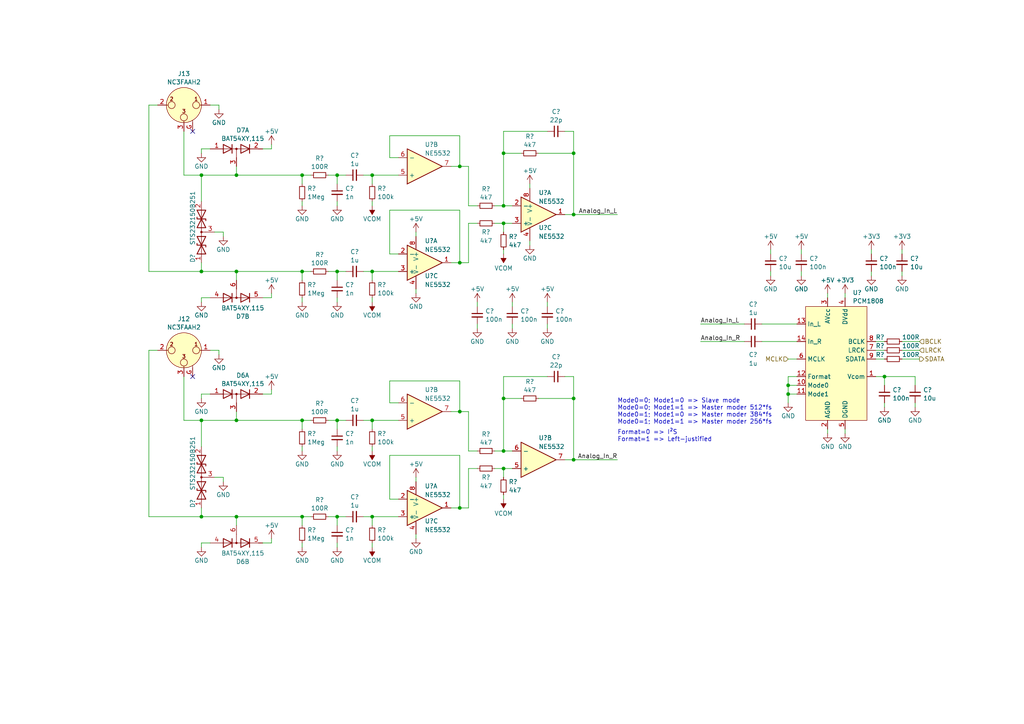
<source format=kicad_sch>
(kicad_sch (version 20230121) (generator eeschema)
  (paper "A4")
  (junction (at 68.58 78.74))
  (junction (at 133.35 76.2))
  (junction (at 68.58 50.8))
  (junction (at 133.35 119.38))
  (junction (at 107.95 78.74))
  (junction (at 133.35 48.26))
  (junction (at 87.63 121.92))
  (junction (at 58.42 121.92))
  (junction (at 146.05 59.69))
  (junction (at 228.6 111.76))
  (junction (at 146.05 135.89))
  (junction (at 97.79 149.86))
  (junction (at 133.35 147.32))
  (junction (at 166.37 62.23))
  (junction (at 97.79 78.74))
  (junction (at 87.63 149.86))
  (junction (at 87.63 50.8))
  (junction (at 146.05 64.77))
  (junction (at 107.95 149.86))
  (junction (at 68.58 149.86))
  (junction (at 97.79 121.92))
  (junction (at 166.37 44.45))
  (junction (at 97.79 50.8))
  (junction (at 58.42 50.8))
  (junction (at 58.42 149.86))
  (junction (at 166.37 115.57))
  (junction (at 146.05 130.81))
  (junction (at 107.95 121.92))
  (junction (at 166.37 133.35))
  (junction (at 107.95 50.8))
  (junction (at 146.05 115.57))
  (junction (at 228.6 114.3))
  (junction (at 256.54 109.22))
  (junction (at 68.58 121.92))
  (junction (at 58.42 78.74))
  (junction (at 87.63 78.74))
  (junction (at 146.05 44.45))
  (no_connect (at 55.88 38.1))
  (no_connect (at 55.88 109.22))
  (wire (pts (xy 53.34 109.22) (xy 53.34 121.92)))
  (wire (pts (xy 261.62 99.06) (xy 266.7 99.06)))
  (wire (pts (xy 120.65 138.43) (xy 120.65 139.7)))
  (wire (pts (xy 166.37 109.22) (xy 166.37 115.57)))
  (wire (pts (xy 223.52 72.39) (xy 223.52 73.66)))
  (wire (pts (xy 58.42 121.92) (xy 58.42 129.54)))
  (wire (pts (xy 58.42 149.86) (xy 68.58 149.86)))
  (wire (pts (xy 261.62 72.39) (xy 261.62 73.66)))
  (wire (pts (xy 53.34 121.92) (xy 58.42 121.92)))
  (wire (pts (xy 220.98 93.98) (xy 231.14 93.98)))
  (wire (pts (xy 97.79 149.86) (xy 100.33 149.86)))
  (wire (pts (xy 151.13 115.57) (xy 146.05 115.57)))
  (wire (pts (xy 120.65 154.94) (xy 120.65 156.21)))
  (wire (pts (xy 151.13 44.45) (xy 146.05 44.45)))
  (wire (pts (xy 153.67 69.85) (xy 153.67 71.12)))
  (wire (pts (xy 215.9 99.06) (xy 203.2 99.06)))
  (wire (pts (xy 87.63 50.8) (xy 87.63 53.34)))
  (wire (pts (xy 53.34 50.8) (xy 58.42 50.8)))
  (wire (pts (xy 97.79 121.92) (xy 97.79 124.46)))
  (wire (pts (xy 135.89 59.69) (xy 135.89 48.26)))
  (wire (pts (xy 115.57 116.84) (xy 113.03 116.84)))
  (wire (pts (xy 97.79 86.36) (xy 97.79 87.63)))
  (wire (pts (xy 166.37 62.23) (xy 179.07 62.23)))
  (wire (pts (xy 228.6 109.22) (xy 228.6 111.76)))
  (wire (pts (xy 146.05 130.81) (xy 143.51 130.81)))
  (wire (pts (xy 107.95 149.86) (xy 107.95 152.4)))
  (wire (pts (xy 252.73 72.39) (xy 252.73 73.66)))
  (wire (pts (xy 97.79 50.8) (xy 97.79 53.34)))
  (wire (pts (xy 78.74 86.36) (xy 78.74 85.09)))
  (wire (pts (xy 138.43 87.63) (xy 138.43 88.9)))
  (wire (pts (xy 148.59 93.98) (xy 148.59 95.25)))
  (wire (pts (xy 90.17 50.8) (xy 87.63 50.8)))
  (wire (pts (xy 64.77 138.43) (xy 64.77 139.7)))
  (wire (pts (xy 252.73 78.74) (xy 252.73 80.01)))
  (wire (pts (xy 146.05 115.57) (xy 146.05 130.81)))
  (wire (pts (xy 153.67 53.34) (xy 153.67 54.61)))
  (wire (pts (xy 115.57 78.74) (xy 107.95 78.74)))
  (wire (pts (xy 138.43 64.77) (xy 135.89 64.77)))
  (wire (pts (xy 58.42 50.8) (xy 58.42 58.42)))
  (wire (pts (xy 107.95 157.48) (xy 107.95 158.75)))
  (wire (pts (xy 113.03 144.78) (xy 113.03 132.08)))
  (wire (pts (xy 97.79 129.54) (xy 97.79 130.81)))
  (wire (pts (xy 232.41 78.74) (xy 232.41 80.01)))
  (wire (pts (xy 156.21 115.57) (xy 166.37 115.57)))
  (wire (pts (xy 78.74 43.18) (xy 78.74 41.91)))
  (wire (pts (xy 113.03 132.08) (xy 133.35 132.08)))
  (wire (pts (xy 115.57 73.66) (xy 113.03 73.66)))
  (wire (pts (xy 76.2 114.3) (xy 78.74 114.3)))
  (wire (pts (xy 76.2 157.48) (xy 78.74 157.48)))
  (wire (pts (xy 115.57 45.72) (xy 113.03 45.72)))
  (wire (pts (xy 265.43 116.84) (xy 265.43 118.11)))
  (wire (pts (xy 133.35 110.49) (xy 133.35 119.38)))
  (wire (pts (xy 245.11 85.09) (xy 245.11 86.36)))
  (wire (pts (xy 135.89 76.2) (xy 133.35 76.2)))
  (wire (pts (xy 146.05 143.51) (xy 146.05 144.78)))
  (wire (pts (xy 240.03 85.09) (xy 240.03 86.36)))
  (wire (pts (xy 254 101.6) (xy 256.54 101.6)))
  (wire (pts (xy 133.35 147.32) (xy 130.81 147.32)))
  (wire (pts (xy 115.57 50.8) (xy 107.95 50.8)))
  (wire (pts (xy 113.03 110.49) (xy 133.35 110.49)))
  (wire (pts (xy 68.58 149.86) (xy 87.63 149.86)))
  (wire (pts (xy 107.95 121.92) (xy 107.95 124.46)))
  (wire (pts (xy 231.14 114.3) (xy 228.6 114.3)))
  (wire (pts (xy 97.79 149.86) (xy 97.79 152.4)))
  (wire (pts (xy 105.41 149.86) (xy 107.95 149.86)))
  (wire (pts (xy 143.51 135.89) (xy 146.05 135.89)))
  (wire (pts (xy 60.96 86.36) (xy 58.42 86.36)))
  (wire (pts (xy 53.34 38.1) (xy 53.34 50.8)))
  (wire (pts (xy 143.51 64.77) (xy 146.05 64.77)))
  (wire (pts (xy 113.03 39.37) (xy 133.35 39.37)))
  (wire (pts (xy 146.05 135.89) (xy 146.05 138.43)))
  (wire (pts (xy 163.83 38.1) (xy 166.37 38.1)))
  (wire (pts (xy 45.72 30.48) (xy 43.18 30.48)))
  (wire (pts (xy 97.79 121.92) (xy 100.33 121.92)))
  (wire (pts (xy 220.98 99.06) (xy 231.14 99.06)))
  (wire (pts (xy 133.35 132.08) (xy 133.35 147.32)))
  (wire (pts (xy 95.25 121.92) (xy 97.79 121.92)))
  (wire (pts (xy 97.79 58.42) (xy 97.79 59.69)))
  (wire (pts (xy 58.42 157.48) (xy 58.42 158.75)))
  (wire (pts (xy 68.58 149.86) (xy 68.58 152.4)))
  (wire (pts (xy 115.57 121.92) (xy 107.95 121.92)))
  (wire (pts (xy 87.63 149.86) (xy 87.63 152.4)))
  (wire (pts (xy 228.6 111.76) (xy 228.6 114.3)))
  (wire (pts (xy 231.14 109.22) (xy 228.6 109.22)))
  (wire (pts (xy 68.58 48.26) (xy 68.58 50.8)))
  (wire (pts (xy 158.75 38.1) (xy 146.05 38.1)))
  (wire (pts (xy 60.96 101.6) (xy 63.5 101.6)))
  (wire (pts (xy 113.03 73.66) (xy 113.03 60.96)))
  (wire (pts (xy 43.18 149.86) (xy 58.42 149.86)))
  (wire (pts (xy 166.37 44.45) (xy 166.37 62.23)))
  (wire (pts (xy 133.35 76.2) (xy 130.81 76.2)))
  (wire (pts (xy 166.37 38.1) (xy 166.37 44.45)))
  (wire (pts (xy 146.05 72.39) (xy 146.05 73.66)))
  (wire (pts (xy 261.62 104.14) (xy 266.7 104.14)))
  (wire (pts (xy 62.23 67.31) (xy 64.77 67.31)))
  (wire (pts (xy 97.79 78.74) (xy 100.33 78.74)))
  (wire (pts (xy 133.35 119.38) (xy 130.81 119.38)))
  (wire (pts (xy 113.03 116.84) (xy 113.03 110.49)))
  (wire (pts (xy 158.75 87.63) (xy 158.75 88.9)))
  (wire (pts (xy 166.37 115.57) (xy 166.37 133.35)))
  (wire (pts (xy 215.9 93.98) (xy 203.2 93.98)))
  (wire (pts (xy 43.18 101.6) (xy 43.18 149.86)))
  (wire (pts (xy 58.42 86.36) (xy 58.42 87.63)))
  (wire (pts (xy 254 99.06) (xy 256.54 99.06)))
  (wire (pts (xy 107.95 78.74) (xy 107.95 81.28)))
  (wire (pts (xy 58.42 50.8) (xy 68.58 50.8)))
  (wire (pts (xy 133.35 60.96) (xy 133.35 76.2)))
  (wire (pts (xy 113.03 60.96) (xy 133.35 60.96)))
  (wire (pts (xy 105.41 78.74) (xy 107.95 78.74)))
  (wire (pts (xy 135.89 130.81) (xy 135.89 119.38)))
  (wire (pts (xy 261.62 101.6) (xy 266.7 101.6)))
  (wire (pts (xy 60.96 157.48) (xy 58.42 157.48)))
  (wire (pts (xy 43.18 30.48) (xy 43.18 78.74)))
  (wire (pts (xy 138.43 93.98) (xy 138.43 95.25)))
  (wire (pts (xy 58.42 114.3) (xy 58.42 115.57)))
  (wire (pts (xy 120.65 83.82) (xy 120.65 85.09)))
  (wire (pts (xy 90.17 149.86) (xy 87.63 149.86)))
  (wire (pts (xy 107.95 129.54) (xy 107.95 130.81)))
  (wire (pts (xy 256.54 116.84) (xy 256.54 118.11)))
  (wire (pts (xy 166.37 62.23) (xy 163.83 62.23)))
  (wire (pts (xy 146.05 38.1) (xy 146.05 44.45)))
  (wire (pts (xy 146.05 64.77) (xy 146.05 67.31)))
  (wire (pts (xy 68.58 50.8) (xy 87.63 50.8)))
  (wire (pts (xy 261.62 78.74) (xy 261.62 80.01)))
  (wire (pts (xy 158.75 93.98) (xy 158.75 95.25)))
  (wire (pts (xy 146.05 59.69) (xy 143.51 59.69)))
  (wire (pts (xy 78.74 114.3) (xy 78.74 113.03)))
  (wire (pts (xy 107.95 86.36) (xy 107.95 87.63)))
  (wire (pts (xy 113.03 45.72) (xy 113.03 39.37)))
  (wire (pts (xy 60.96 43.18) (xy 58.42 43.18)))
  (wire (pts (xy 87.63 78.74) (xy 87.63 81.28)))
  (wire (pts (xy 97.79 50.8) (xy 100.33 50.8)))
  (wire (pts (xy 265.43 109.22) (xy 256.54 109.22)))
  (wire (pts (xy 148.59 87.63) (xy 148.59 88.9)))
  (wire (pts (xy 87.63 58.42) (xy 87.63 59.69)))
  (wire (pts (xy 68.58 78.74) (xy 87.63 78.74)))
  (wire (pts (xy 76.2 43.18) (xy 78.74 43.18)))
  (wire (pts (xy 231.14 111.76) (xy 228.6 111.76)))
  (wire (pts (xy 115.57 149.86) (xy 107.95 149.86)))
  (wire (pts (xy 232.41 72.39) (xy 232.41 73.66)))
  (wire (pts (xy 146.05 59.69) (xy 148.59 59.69)))
  (wire (pts (xy 156.21 44.45) (xy 166.37 44.45)))
  (wire (pts (xy 133.35 39.37) (xy 133.35 48.26)))
  (wire (pts (xy 45.72 101.6) (xy 43.18 101.6)))
  (wire (pts (xy 135.89 64.77) (xy 135.89 76.2)))
  (wire (pts (xy 68.58 78.74) (xy 68.58 81.28)))
  (wire (pts (xy 138.43 135.89) (xy 135.89 135.89)))
  (wire (pts (xy 105.41 121.92) (xy 107.95 121.92)))
  (wire (pts (xy 135.89 48.26) (xy 133.35 48.26)))
  (wire (pts (xy 43.18 78.74) (xy 58.42 78.74)))
  (wire (pts (xy 146.05 130.81) (xy 148.59 130.81)))
  (wire (pts (xy 146.05 135.89) (xy 148.59 135.89)))
  (wire (pts (xy 107.95 50.8) (xy 107.95 53.34)))
  (wire (pts (xy 146.05 44.45) (xy 146.05 59.69)))
  (wire (pts (xy 76.2 86.36) (xy 78.74 86.36)))
  (wire (pts (xy 87.63 129.54) (xy 87.63 130.81)))
  (wire (pts (xy 115.57 144.78) (xy 113.03 144.78)))
  (wire (pts (xy 163.83 109.22) (xy 166.37 109.22)))
  (wire (pts (xy 254 109.22) (xy 256.54 109.22)))
  (wire (pts (xy 97.79 157.48) (xy 97.79 158.75)))
  (wire (pts (xy 228.6 104.14) (xy 231.14 104.14)))
  (wire (pts (xy 163.83 133.35) (xy 166.37 133.35)))
  (wire (pts (xy 146.05 64.77) (xy 148.59 64.77)))
  (wire (pts (xy 146.05 109.22) (xy 146.05 115.57)))
  (wire (pts (xy 240.03 124.46) (xy 240.03 125.73)))
  (wire (pts (xy 78.74 157.48) (xy 78.74 156.21)))
  (wire (pts (xy 58.42 43.18) (xy 58.42 44.45)))
  (wire (pts (xy 95.25 78.74) (xy 97.79 78.74)))
  (wire (pts (xy 158.75 109.22) (xy 146.05 109.22)))
  (wire (pts (xy 58.42 147.32) (xy 58.42 149.86)))
  (wire (pts (xy 90.17 121.92) (xy 87.63 121.92)))
  (wire (pts (xy 58.42 121.92) (xy 68.58 121.92)))
  (wire (pts (xy 138.43 59.69) (xy 135.89 59.69)))
  (wire (pts (xy 105.41 50.8) (xy 107.95 50.8)))
  (wire (pts (xy 135.89 135.89) (xy 135.89 147.32)))
  (wire (pts (xy 58.42 78.74) (xy 68.58 78.74)))
  (wire (pts (xy 133.35 48.26) (xy 130.81 48.26)))
  (wire (pts (xy 68.58 121.92) (xy 87.63 121.92)))
  (wire (pts (xy 60.96 30.48) (xy 63.5 30.48)))
  (wire (pts (xy 90.17 78.74) (xy 87.63 78.74)))
  (wire (pts (xy 95.25 50.8) (xy 97.79 50.8)))
  (wire (pts (xy 63.5 30.48) (xy 63.5 31.75)))
  (wire (pts (xy 265.43 111.76) (xy 265.43 109.22)))
  (wire (pts (xy 138.43 130.81) (xy 135.89 130.81)))
  (wire (pts (xy 135.89 147.32) (xy 133.35 147.32)))
  (wire (pts (xy 228.6 114.3) (xy 228.6 116.84)))
  (wire (pts (xy 95.25 149.86) (xy 97.79 149.86)))
  (wire (pts (xy 87.63 157.48) (xy 87.63 158.75)))
  (wire (pts (xy 135.89 119.38) (xy 133.35 119.38)))
  (wire (pts (xy 166.37 133.35) (xy 179.07 133.35)))
  (wire (pts (xy 60.96 114.3) (xy 58.42 114.3)))
  (wire (pts (xy 62.23 138.43) (xy 64.77 138.43)))
  (wire (pts (xy 87.63 121.92) (xy 87.63 124.46)))
  (wire (pts (xy 120.65 67.31) (xy 120.65 68.58)))
  (wire (pts (xy 254 104.14) (xy 256.54 104.14)))
  (wire (pts (xy 68.58 119.38) (xy 68.58 121.92)))
  (wire (pts (xy 223.52 78.74) (xy 223.52 80.01)))
  (wire (pts (xy 107.95 58.42) (xy 107.95 59.69)))
  (wire (pts (xy 256.54 109.22) (xy 256.54 111.76)))
  (wire (pts (xy 245.11 124.46) (xy 245.11 125.73)))
  (wire (pts (xy 87.63 86.36) (xy 87.63 87.63)))
  (wire (pts (xy 58.42 76.2) (xy 58.42 78.74)))
  (wire (pts (xy 63.5 101.6) (xy 63.5 102.87)))
  (wire (pts (xy 97.79 78.74) (xy 97.79 81.28)))
  (wire (pts (xy 64.77 67.31) (xy 64.77 68.58)))
  (text "Mode0=0; Mode1=0 => Slave mode\nMode0=0; Mode1=1 => Master moder 512*fs\nMode0=1; Mode1=0 => Master moder 384*fs\nMode0=1; Mode1=1 => Master moder 256*fs" (at 179.07 123.19 0) (effects (font (size 1.27 1.27)) (justify left bottom)))
  (text "Format=0 => I²S\nFormat=1 => Left-justified" (at 179.07 128.27 0) (effects (font (size 1.27 1.27)) (justify left bottom)))
  (label "Analog_In_R" (at 203.2 99.06 0))
  (label "Analog_In_L" (at 179.07 62.23 180))
  (label "Analog_In_R" (at 179.07 133.35 180))
  (label "Analog_In_L" (at 203.2 93.98 0))
  (hierarchical_label "SDATA" (shape output) (at 266.7 104.14 0))
  (hierarchical_label "MCLK" (shape input) (at 228.6 104.14 180))
  (hierarchical_label "LRCK" (shape input) (at 266.7 101.6 0))
  (hierarchical_label "BCLK" (shape input) (at 266.7 99.06 0))
  (symbol (lib_id "power:VCOM") (at 146.05 73.66 180) (unit 1)
    (property "Reference" "#PWR?" (effects hide))
    (property "Value" "VCOM" (at 146.05 77.7931 0))
    (instances (project "SmallDSPMainBoard" (path "" (reference "#PWR?") (unit 1)) (path "" (reference "#PWR096") (unit 1))))
  )
  (symbol (lib_id "1_Project_Symbols:D_Double_Dual_Series_AKC") (at 68.58 96.52 0) (mirror x) (unit 2)
    (property "Reference" "D7" (at 70.4215 91.7743 0))
    (property "Value" "BAT54XY,115" (at 70.4215 89.3501 0))
    (property "Footprint" "Package_TO_SOT_SMD:SOT-363_SC-70-6_Handsoldering" (effects hide))
    (property "Manufacturer" "Nexperia" (effects hide))
    (property "Part Number" "BAT54XY,115" (effects hide))
  )
  (symbol (lib_id "power:GND") (at 58.42 87.63 0) (unit 1)
    (property "Reference" "#PWR?" (effects hide))
    (property "Value" "GND" (at 58.42 91.44 0))
    (instances (project "SmallDSPMainBoard" (path "" (reference "#PWR?") (unit 1)) (path "" (reference "#PWR068") (unit 1))))
  )
  (symbol (lib_id "power:VCOM") (at 107.95 158.75 180) (unit 1)
    (property "Reference" "#PWR?" (effects hide))
    (property "Value" "VCOM" (at 107.95 162.56 0))
    (instances (project "SmallDSPMainBoard" (path "" (reference "#PWR?") (unit 1)) (path "" (reference "#PWR086") (unit 1))))
  )
  (symbol (lib_id "Device:Opamp_Dual") (at 123.19 147.32 0) (mirror x) (unit 1)
    (property "Reference" "U?" (at 123.19 140.97 0) (effects (justify left)))
    (property "Value" "NE5532" (at 123.19 143.51 0) (effects (justify left)))
    (property "Footprint" "Package_SO:SOIC-8_3.9x4.9mm_P1.27mm" (effects hide))
    (property "Manufacturer" "Texas Instruments" (effects hide))
    (property "Part Number" "NE5532DR" (effects hide))
    (property "Assembling" "X" (effects hide))
    (property "JLC Part Number" "C7426" (effects hide))
    (instances (project "SmallDSPMainBoard" (path "" (reference "U?") (unit 1)) (path "" (reference "U4") (unit 1))))
  )
  (symbol (lib_id "power:+5V") (at 158.75 87.63 0) (unit 1)
    (property "Reference" "#PWR?" (effects hide))
    (property "Value" "+5V" (at 158.75 83.82 0))
    (instances (project "SmallDSPMainBoard" (path "" (reference "#PWR?") (unit 1)) (path "" (reference "#PWR0101") (unit 1))))
  )
  (symbol (lib_id "power:GND") (at 228.6 116.84 0) (unit 1)
    (property "Reference" "#PWR?" (effects hide))
    (property "Value" "GND" (at 228.6 120.65 0))
    (instances (project "SmallDSPMainBoard" (path "" (reference "#PWR?") (unit 1)) (path "" (reference "#PWR0105") (unit 1))))
  )
  (symbol (lib_id "power:GND") (at 97.79 130.81 0) (unit 1)
    (property "Reference" "#PWR?" (effects hide))
    (property "Value" "GND" (at 97.79 134.62 0))
    (instances (project "SmallDSPMainBoard" (path "" (reference "#PWR?") (unit 1)) (path "" (reference "#PWR081") (unit 1))))
  )
  (symbol (lib_id "Device:Opamp_Dual") (at 123.19 48.26 0) (mirror x) (unit 2)
    (property "Reference" "U?" (at 123.19 41.91 0) (effects (justify left)))
    (property "Value" "NE5532" (at 123.19 44.45 0) (effects (justify left)))
    (property "Footprint" "Package_SO:SOIC-8_3.9x4.9mm_P1.27mm" (effects hide))
    (property "Manufacturer" "Texas Instruments" (effects hide))
    (property "Part Number" "NE5532DR" (effects hide))
    (property "Assembling" "X" (effects hide))
    (property "JLC Part Number" "C7426" (effects hide))
    (instances (project "SmallDSPMainBoard" (path "" (reference "U?") (unit 2)) (path "" (reference "U5") (unit 2))))
  )
  (symbol (lib_id "power:GND") (at 256.54 118.11 0) (unit 1)
    (property "Reference" "#PWR?" (effects hide))
    (property "Value" "GND" (at 256.54 121.92 0))
    (instances (project "SmallDSPMainBoard" (path "" (reference "#PWR?") (unit 1)) (path "" (reference "#PWR0114") (unit 1))))
  )
  (symbol (lib_id "power:VCOM") (at 107.95 130.81 180) (unit 1)
    (property "Reference" "#PWR?" (effects hide))
    (property "Value" "VCOM" (at 107.95 134.62 0))
    (instances (project "SmallDSPMainBoard" (path "" (reference "#PWR?") (unit 1)) (path "" (reference "#PWR085") (unit 1))))
  )
  (symbol (lib_id "Device:R_Small") (at 92.71 121.92 90) (unit 1)
    (property "Reference" "R?" (at 92.71 117.0391 90))
    (property "Value" "100R" (at 92.71 119.4633 90))
    (property "Footprint" "Resistor_SMD:R_0402_1005Metric" (effects hide))
    (property "Assembling" "X" (effects hide))
    (property "JLC Part Number" "C25076" (effects hide))
    (property "Manufacturer" "UNI-ROYAL(Uniroyal Elec)" (effects hide))
    (property "Part Number" "0402WGF1000TCE" (effects hide))
    (property "Rated Power" "62.5mW" (effects hide))
    (instances (project "SmallDSPMainBoard" (path "" (reference "R?") (unit 1)) (path "" (reference "R24") (unit 1))))
  )
  (symbol (lib_id "power:+5V") (at 78.74 156.21 0) (unit 1)
    (property "Reference" "#PWR?" (effects hide))
    (property "Value" "+5V" (at 78.74 152.4 0))
    (instances (project "SmallDSPMainBoard" (path "" (reference "#PWR?") (unit 1)) (path "" (reference "#PWR072") (unit 1))))
  )
  (symbol (lib_id "power:GND") (at 223.52 80.01 0) (unit 1)
    (property "Reference" "#PWR?" (effects hide))
    (property "Value" "GND" (at 223.52 83.82 0))
    (instances (project "SmallDSPMainBoard" (path "" (reference "#PWR?") (unit 1)) (path "" (reference "#PWR0104") (unit 1))))
  )
  (symbol (lib_id "power:+3V3") (at 245.11 85.09 0) (unit 1)
    (property "Reference" "#PWR?" (effects hide))
    (property "Value" "+3V3" (at 245.11 81.28 0))
    (instances (project "SmallDSPMainBoard" (path "" (reference "#PWR?") (unit 1)) (path "" (reference "#PWR0110") (unit 1))))
  )
  (symbol (lib_id "Device:C_Small") (at 161.29 38.1 90) (unit 1)
    (property "Reference" "C?" (at 161.2963 32.3936 90))
    (property "Value" "22p" (at 161.2963 34.8178 90))
    (property "Footprint" "Capacitor_SMD:C_0402_1005Metric" (effects hide))
    (property "Dielectric" "C0G" (effects hide))
    (property "Rated Voltage" "50V" (effects hide))
    (property "Assembling" "X" (effects hide))
    (property "JLC Part Number" "C1555" (effects hide))
    (property "Manufacturer" "FH (Guangdong Fenghua Advanced Tech)" (effects hide))
    (property "Part Number" "0402CG220J500NT" (effects hide))
    (instances (project "SmallDSPMainBoard" (path "" (reference "C?") (unit 1)) (path "" (reference "C21") (unit 1))))
  )
  (symbol (lib_id "power:+5V") (at 153.67 53.34 0) (unit 1)
    (property "Reference" "#PWR?" (effects hide))
    (property "Value" "+5V" (at 153.67 49.53 0))
    (instances (project "SmallDSPMainBoard" (path "" (reference "#PWR?") (unit 1)) (path "" (reference "#PWR099") (unit 1))))
  )
  (symbol (lib_id "power:GND") (at 58.42 44.45 0) (unit 1)
    (property "Reference" "#PWR?" (effects hide))
    (property "Value" "GND" (at 58.42 48.26 0))
    (instances (project "SmallDSPMainBoard" (path "" (reference "#PWR?") (unit 1)) (path "" (reference "#PWR067") (unit 1))))
  )
  (symbol (lib_id "power:GND") (at 87.63 59.69 0) (unit 1)
    (property "Reference" "#PWR?" (effects hide))
    (property "Value" "GND" (at 87.63 63.5 0))
    (instances (project "SmallDSPMainBoard" (path "" (reference "#PWR?") (unit 1)) (path "" (reference "#PWR079") (unit 1))))
  )
  (symbol (lib_id "Device:C_Small") (at 256.54 114.3 0) (unit 1)
    (property "Reference" "C?" (at 258.8641 113.0942 0) (effects (justify left)))
    (property "Value" "100n" (at 258.8641 115.5184 0) (effects (justify left)))
    (property "Footprint" "Capacitor_SMD:C_0402_1005Metric" (effects hide))
    (property "Dielectric" "X7R" (effects hide))
    (property "Rated Voltage" "16V" (effects hide))
    (property "Assembling" "X" (effects hide))
    (property "JLC Part Number" "C1525" (effects hide))
    (property "Manufacturer" "Samsung Electro-Mechanics" (effects hide))
    (property "Part Number" "CL05B104KO5NNNC" (effects hide))
    (instances (project "SmallDSPMainBoard" (path "" (reference "C?") (unit 1)) (path "" (reference "C27") (unit 1))))
  )
  (symbol (lib_id "power:GND") (at 97.79 59.69 0) (unit 1)
    (property "Reference" "#PWR?" (effects hide))
    (property "Value" "GND" (at 97.79 63.5 0))
    (instances (project "SmallDSPMainBoard" (path "" (reference "#PWR?") (unit 1)) (path "" (reference "#PWR083") (unit 1))))
  )
  (symbol (lib_id "power:GND") (at 240.03 125.73 0) (unit 1)
    (property "Reference" "#PWR?" (effects hide))
    (property "Value" "GND" (at 240.03 129.54 0))
    (instances (project "SmallDSPMainBoard" (path "" (reference "#PWR?") (unit 1)) (path "" (reference "#PWR0109") (unit 1))))
  )
  (symbol (lib_id "Device:C_Small") (at 158.75 91.44 0) (unit 1)
    (property "Reference" "C?" (at 161.0741 90.2342 0) (effects (justify left)))
    (property "Value" "100n" (at 161.0741 92.6584 0) (effects (justify left)))
    (property "Footprint" "Capacitor_SMD:C_0402_1005Metric" (effects hide))
    (property "Dielectric" "X7R" (effects hide))
    (property "Rated Voltage" "16V" (effects hide))
    (property "Assembling" "X" (effects hide))
    (property "JLC Part Number" "C1525" (effects hide))
    (property "Manufacturer" "Samsung Electro-Mechanics" (effects hide))
    (property "Part Number" "CL05B104KO5NNNC" (effects hide))
    (instances (project "SmallDSPMainBoard" (path "" (reference "C?") (unit 1)) (path "" (reference "C19") (unit 1))))
  )
  (symbol (lib_id "1_Project_Symbols:PCM1808") (at 242.57 105.41 0) (unit 1)
    (property "Reference" "U?" (at 247.3041 84.8827 0) (effects (justify left)))
    (property "Value" "PCM1808" (at 247.3041 87.3069 0) (effects (justify left)))
    (property "Footprint" "Package_SO:TSSOP-14_4.4x5mm_P0.65mm" (effects hide))
    (property "Datasheet" "https://www.ti.com/lit/ds/symlink/pcm1808.pdf?HQS=dis-mous-null-mousermode-dsf-pf-null-wwe&ts=1693749871729&ref_url=https%253A%252F%252Fwww.mouser.de%252F" (effects hide))
    (property "Manufacturer" "Texas Instruments" (effects hide))
    (property "Part Number" "PCM1808PWR" (effects hide))
    (instances (project "SmallDSPMainBoard" (path "" (reference "U?") (unit 1)) (path "" (reference "U7") (unit 1))))
  )
  (symbol (lib_id "1_Project_Symbols:D_Double_Dual_Series_AKC") (at 68.58 33.02 0) (unit 1)
    (property "Reference" "D7" (at 70.4215 37.7657 0))
    (property "Value" "BAT54XY,115" (at 70.4215 40.1899 0))
    (property "Footprint" "Package_TO_SOT_SMD:SOT-363_SC-70-6_Handsoldering" (effects hide))
    (property "Manufacturer" "Nexperia" (effects hide))
    (property "Part Number" "BAT54XY,115" (effects hide))
  )
  (symbol (lib_id "Device:C_Small") (at 102.87 78.74 90) (unit 1)
    (property "Reference" "C?" (at 102.8763 73.0336 90))
    (property "Value" "1u" (at 102.8763 75.4578 90))
    (property "Footprint" "Capacitor_SMD:C_1206_3216Metric" (effects hide))
    (property "Dielectric" "X7R" (effects hide))
    (property "Rated Voltage" "50V" (effects hide))
    (property "Assembling" "X" (effects hide))
    (property "JLC Part Number" "C1848" (effects hide))
    (property "Manufacturer" "Samsung Electro-Mechanics" (effects hide))
    (property "Part Number" "CL31B105KBHNNNE" (effects hide))
    (instances (project "SmallDSPMainBoard" (path "" (reference "C?") (unit 1)) (path "" (reference "C16") (unit 1))))
  )
  (symbol (lib_id "Device:C_Small") (at 223.52 76.2 0) (unit 1)
    (property "Reference" "C?" (at 225.8441 74.9942 0) (effects (justify left)))
    (property "Value" "10u" (at 225.8441 77.4184 0) (effects (justify left)))
    (property "Footprint" "Capacitor_SMD:C_0603_1608Metric" (effects hide))
    (property "Dielectric" "X5R" (effects hide))
    (property "Rated Voltage" "25V" (effects hide))
    (property "Assembling" "X" (effects hide))
    (property "JLC Part Number" "C96446" (effects hide))
    (property "Manufacturer" "Samsung Electro-Mechanics" (effects hide))
    (property "Part Number" "CL10A106MA8NRNC" (effects hide))
    (instances (project "SmallDSPMainBoard" (path "" (reference "C?") (unit 1)) (path "" (reference "C24") (unit 1))))
  )
  (symbol (lib_id "Device:Opamp_Dual") (at 123.19 76.2 0) (unit 3)
    (property "Reference" "U?" (at 123.19 80.01 0) (effects (justify left)))
    (property "Value" "NE5532" (at 123.19 82.55 0) (effects (justify left)))
    (property "Footprint" "Package_SO:SOIC-8_3.9x4.9mm_P1.27mm" (effects hide))
    (property "Manufacturer" "Texas Instruments" (effects hide))
    (property "Part Number" "NE5532DR" (effects hide))
    (property "Assembling" "X" (effects hide))
    (property "JLC Part Number" "C7426" (effects hide))
    (instances (project "SmallDSPMainBoard" (path "" (reference "U?") (unit 3)) (path "" (reference "U5") (unit 3))))
  )
  (symbol (lib_id "Device:D_TVS_Dual_AAC") (at 58.42 67.31 90) (unit 1)
    (property "Reference" "D?" (at 55.88 76.2 0) (effects (justify left)))
    (property "Value" "STS232150B251" (at 55.88 71.12 0) (effects (justify left)))
    (property "Footprint" "Package_TO_SOT_SMD:SOT-23-3" (effects hide))
    (property "Manufacturer" "Bussmann / Eaton" (effects hide))
    (property "Part Number" "STS232150B251" (effects hide))
    (instances (project "SmallDSPMainBoard" (path "" (reference "D?") (unit 1)) (path "" (reference "D5") (unit 1))))
  )
  (symbol (lib_id "power:+5V") (at 240.03 85.09 0) (unit 1)
    (property "Reference" "#PWR?" (effects hide))
    (property "Value" "+5V" (at 240.03 81.28 0))
    (instances (project "SmallDSPMainBoard" (path "" (reference "#PWR?") (unit 1)) (path "" (reference "#PWR0108") (unit 1))))
  )
  (symbol (lib_id "Device:R_Small") (at 107.95 127 180) (unit 1)
    (property "Reference" "R?" (at 109.4486 125.7879 0) (effects (justify right)))
    (property "Value" "100k" (at 109.4486 128.2121 0) (effects (justify right)))
    (property "Footprint" "Resistor_SMD:R_0402_1005Metric" (effects hide))
    (property "Assembling" "X" (effects hide))
    (property "JLC Part Number" "C25741" (effects hide))
    (property "Manufacturer" "UNI-ROYAL(Uniroyal Elec)" (effects hide))
    (property "Rated Power" "62.5mW" (effects hide))
    (property "Part Number" "0402WGF1003TCE" (effects hide))
    (instances (project "SmallDSPMainBoard" (path "" (reference "R?") (unit 1)) (path "" (reference "R28") (unit 1))))
  )
  (symbol (lib_id "Device:R_Small") (at 140.97 64.77 90) (mirror x) (unit 1)
    (property "Reference" "R?" (at 140.97 67.31 90))
    (property "Value" "4k7" (at 140.97 69.85 90))
    (property "Footprint" "Resistor_SMD:R_0402_1005Metric" (effects hide))
    (property "Assembling" "X" (effects hide))
    (property "JLC Part Number" "C25900" (effects hide))
    (property "Manufacturer" "UNI-ROYAL(Uniroyal Elec)" (effects hide))
    (property "Rated Power" "62.5mW" (effects hide))
    (property "Part Number" "0402WGF4701TCE" (effects hide))
    (instances (project "SmallDSPMainBoard" (path "" (reference "R?") (unit 1)) (path "" (reference "R35") (unit 1))))
  )
  (symbol (lib_id "power:+5V") (at 148.59 87.63 0) (unit 1)
    (property "Reference" "#PWR?" (effects hide))
    (property "Value" "+5V" (at 148.59 83.82 0))
    (instances (project "SmallDSPMainBoard" (path "" (reference "#PWR?") (unit 1)) (path "" (reference "#PWR097") (unit 1))))
  )
  (symbol (lib_id "Device:Opamp_Dual") (at 123.19 76.2 0) (mirror x) (unit 1)
    (property "Reference" "U?" (at 123.19 69.85 0) (effects (justify left)))
    (property "Value" "NE5532" (at 123.19 72.39 0) (effects (justify left)))
    (property "Footprint" "Package_SO:SOIC-8_3.9x4.9mm_P1.27mm" (effects hide))
    (property "Manufacturer" "Texas Instruments" (effects hide))
    (property "Part Number" "NE5532DR" (effects hide))
    (property "Assembling" "X" (effects hide))
    (property "JLC Part Number" "C7426" (effects hide))
    (instances (project "SmallDSPMainBoard" (path "" (reference "U?") (unit 1)) (path "" (reference "U5") (unit 1))))
  )
  (symbol (lib_id "power:+5V") (at 120.65 67.31 0) (unit 1)
    (property "Reference" "#PWR?" (effects hide))
    (property "Value" "+5V" (at 120.65 63.5 0))
    (instances (project "SmallDSPMainBoard" (path "" (reference "#PWR?") (unit 1)) (path "" (reference "#PWR091") (unit 1))))
  )
  (symbol (lib_id "Device:C_Small") (at 97.79 55.88 0) (unit 1)
    (property "Reference" "C?" (at 100.1141 54.6742 0) (effects (justify left)))
    (property "Value" "1n" (at 100.1141 57.0984 0) (effects (justify left)))
    (property "Footprint" "Capacitor_SMD:C_0603_1608Metric_Pad1.08x0.95mm_HandSolder" (effects hide))
    (property "Dielectric" "C0G" (effects hide))
    (property "Notes" "Also available in 0402" (effects hide))
    (property "Rated Voltage" "50V" (effects hide))
    (property "Manufacturer" "Murata Electronics" (effects hide))
    (property "Part Number" "GRM1885C1H102JA01D" (effects hide))
    (instances (project "SmallDSPMainBoard" (path "" (reference "C?") (unit 1)) (path "" (reference "C11") (unit 1))))
  )
  (symbol (lib_id "Device:Opamp_Dual") (at 123.19 119.38 0) (mirror x) (unit 2)
    (property "Reference" "U?" (at 123.19 113.03 0) (effects (justify left)))
    (property "Value" "NE5532" (at 123.19 115.57 0) (effects (justify left)))
    (property "Footprint" "Package_SO:SOIC-8_3.9x4.9mm_P1.27mm" (effects hide))
    (property "Manufacturer" "Texas Instruments" (effects hide))
    (property "Part Number" "NE5532DR" (effects hide))
    (property "Assembling" "X" (effects hide))
    (property "JLC Part Number" "C7426" (effects hide))
    (instances (project "SmallDSPMainBoard" (path "" (reference "U?") (unit 2)) (path "" (reference "U4") (unit 2))))
  )
  (symbol (lib_id "Device:R_Small") (at 259.08 104.14 90) (unit 1)
    (property "Reference" "R?" (at 255.27 102.87 90))
    (property "Value" "100R" (at 264.16 102.87 90))
    (property "Footprint" "Resistor_SMD:R_0402_1005Metric" (effects hide))
    (property "Assembling" "X" (effects hide))
    (property "JLC Part Number" "C25076" (effects hide))
    (property "Manufacturer" "UNI-ROYAL(Uniroyal Elec)" (effects hide))
    (property "Part Number" "0402WGF1000TCE" (effects hide))
    (property "Rated Power" "62.5mW" (effects hide))
    (instances (project "SmallDSPMainBoard" (path "" (reference "R?") (unit 1)) (path "" (reference "R42") (unit 1))))
  )
  (symbol (lib_id "Device:R_Small") (at 146.05 140.97 180) (unit 1)
    (property "Reference" "R?" (at 147.5486 139.7579 0) (effects (justify right)))
    (property "Value" "4k7" (at 147.5486 142.1821 0) (effects (justify right)))
    (property "Footprint" "Resistor_SMD:R_0402_1005Metric" (effects hide))
    (property "Assembling" "X" (effects hide))
    (property "JLC Part Number" "C25900" (effects hide))
    (property "Manufacturer" "UNI-ROYAL(Uniroyal Elec)" (effects hide))
    (property "Rated Power" "62.5mW" (effects hide))
    (property "Part Number" "0402WGF4701TCE" (effects hide))
    (instances (project "SmallDSPMainBoard" (path "" (reference "R?") (unit 1)) (path "" (reference "R36") (unit 1))))
  )
  (symbol (lib_id "Device:Opamp_Dual") (at 156.21 133.35 0) (mirror x) (unit 2)
    (property "Reference" "U?" (at 156.21 127 0) (effects (justify left)))
    (property "Value" "NE5532" (at 156.21 129.54 0) (effects (justify left)))
    (property "Footprint" "Package_SO:SOIC-8_3.9x4.9mm_P1.27mm" (effects hide))
    (property "Manufacturer" "Texas Instruments" (effects hide))
    (property "Part Number" "NE5532DR" (effects hide))
    (property "Assembling" "X" (effects hide))
    (property "JLC Part Number" "C7426" (effects hide))
    (instances (project "SmallDSPMainBoard" (path "" (reference "U?") (unit 2)) (path "" (reference "U6") (unit 2))))
  )
  (symbol (lib_id "Device:R_Small") (at 87.63 154.94 180) (unit 1)
    (property "Reference" "R?" (at 89.1286 153.7279 0) (effects (justify right)))
    (property "Value" "1Meg" (at 89.1286 156.1521 0) (effects (justify right)))
    (property "Footprint" "Resistor_SMD:R_0402_1005Metric" (effects hide))
    (property "Assembling" "X" (effects hide))
    (property "JLC Part Number" "C26083" (effects hide))
    (property "Manufacturer" "UNI-ROYAL(Uniroyal Elec)" (effects hide))
    (property "Rated Power" "62.5mW" (effects hide))
    (property "Part Number" "0402WGF1004TCE" (effects hide))
    (instances (project "SmallDSPMainBoard" (path "" (reference "R?") (unit 1)) (path "" (reference "R21") (unit 1))))
  )
  (symbol (lib_id "Device:R_Small") (at 140.97 135.89 90) (mirror x) (unit 1)
    (property "Reference" "R?" (at 140.97 138.43 90))
    (property "Value" "4k7" (at 140.97 140.97 90))
    (property "Footprint" "Resistor_SMD:R_0402_1005Metric" (effects hide))
    (property "Assembling" "X" (effects hide))
    (property "JLC Part Number" "C25900" (effects hide))
    (property "Manufacturer" "UNI-ROYAL(Uniroyal Elec)" (effects hide))
    (property "Rated Power" "62.5mW" (effects hide))
    (property "Part Number" "0402WGF4701TCE" (effects hide))
    (instances (project "SmallDSPMainBoard" (path "" (reference "R?") (unit 1)) (path "" (reference "R33") (unit 1))))
  )
  (symbol (lib_id "Device:R_Small") (at 87.63 83.82 180) (unit 1)
    (property "Reference" "R?" (at 89.1286 82.6079 0) (effects (justify right)))
    (property "Value" "1Meg" (at 89.1286 85.0321 0) (effects (justify right)))
    (property "Footprint" "Resistor_SMD:R_0402_1005Metric" (effects hide))
    (property "Assembling" "X" (effects hide))
    (property "JLC Part Number" "C26083" (effects hide))
    (property "Manufacturer" "UNI-ROYAL(Uniroyal Elec)" (effects hide))
    (property "Rated Power" "62.5mW" (effects hide))
    (property "Part Number" "0402WGF1004TCE" (effects hide))
    (instances (project "SmallDSPMainBoard" (path "" (reference "R?") (unit 1)) (path "" (reference "R23") (unit 1))))
  )
  (symbol (lib_id "Device:R_Small") (at 107.95 55.88 180) (unit 1)
    (property "Reference" "R?" (at 109.4486 54.6679 0) (effects (justify right)))
    (property "Value" "100k" (at 109.4486 57.0921 0) (effects (justify right)))
    (property "Footprint" "Resistor_SMD:R_0402_1005Metric" (effects hide))
    (property "Assembling" "X" (effects hide))
    (property "JLC Part Number" "C25741" (effects hide))
    (property "Manufacturer" "UNI-ROYAL(Uniroyal Elec)" (effects hide))
    (property "Rated Power" "62.5mW" (effects hide))
    (property "Part Number" "0402WGF1003TCE" (effects hide))
    (instances (project "SmallDSPMainBoard" (path "" (reference "R?") (unit 1)) (path "" (reference "R30") (unit 1))))
  )
  (symbol (lib_id "Device:R_Small") (at 92.71 50.8 90) (unit 1)
    (property "Reference" "R?" (at 92.71 45.9191 90))
    (property "Value" "100R" (at 92.71 48.3433 90))
    (property "Footprint" "Resistor_SMD:R_0402_1005Metric" (effects hide))
    (property "Assembling" "X" (effects hide))
    (property "JLC Part Number" "C25076" (effects hide))
    (property "Manufacturer" "UNI-ROYAL(Uniroyal Elec)" (effects hide))
    (property "Rated Power" "62.5mW" (effects hide))
    (property "Part Number" "0402WGF1000TCE" (effects hide))
    (instances (project "SmallDSPMainBoard" (path "" (reference "R?") (unit 1)) (path "" (reference "R26") (unit 1))))
  )
  (symbol (lib_id "Device:C_Small") (at 102.87 121.92 90) (unit 1)
    (property "Reference" "C?" (at 102.8763 116.2136 90))
    (property "Value" "1u" (at 102.8763 118.6378 90))
    (property "Footprint" "Capacitor_SMD:C_1206_3216Metric" (effects hide))
    (property "Dielectric" "X7R" (effects hide))
    (property "Rated Voltage" "50V" (effects hide))
    (property "Assembling" "X" (effects hide))
    (property "JLC Part Number" "C1848" (effects hide))
    (property "Manufacturer" "Samsung Electro-Mechanics" (effects hide))
    (property "Part Number" "CL31B105KBHNNNE" (effects hide))
    (instances (project "SmallDSPMainBoard" (path "" (reference "C?") (unit 1)) (path "" (reference "C13") (unit 1))))
  )
  (symbol (lib_id "Device:R_Small") (at 259.08 101.6 90) (unit 1)
    (property "Reference" "R?" (at 255.27 100.33 90))
    (property "Value" "100R" (at 264.16 100.33 90))
    (property "Footprint" "Resistor_SMD:R_0402_1005Metric" (effects hide))
    (property "Assembling" "X" (effects hide))
    (property "JLC Part Number" "C25076" (effects hide))
    (property "Manufacturer" "UNI-ROYAL(Uniroyal Elec)" (effects hide))
    (property "Part Number" "0402WGF1000TCE" (effects hide))
    (property "Rated Power" "62.5mW" (effects hide))
    (instances (project "SmallDSPMainBoard" (path "" (reference "R?") (unit 1)) (path "" (reference "R41") (unit 1))))
  )
  (symbol (lib_id "power:GND") (at 87.63 130.81 0) (unit 1)
    (property "Reference" "#PWR?" (effects hide))
    (property "Value" "GND" (at 87.63 134.62 0))
    (instances (project "SmallDSPMainBoard" (path "" (reference "#PWR?") (unit 1)) (path "" (reference "#PWR077") (unit 1))))
  )
  (symbol (lib_id "power:GND") (at 120.65 156.21 0) (unit 1)
    (property "Reference" "#PWR?" (effects hide))
    (property "Value" "GND" (at 120.65 160.02 0))
    (instances (project "SmallDSPMainBoard" (path "" (reference "#PWR?") (unit 1)) (path "" (reference "#PWR090") (unit 1))))
  )
  (symbol (lib_id "Device:C_Small") (at 148.59 91.44 0) (unit 1)
    (property "Reference" "C?" (at 150.9141 90.2342 0) (effects (justify left)))
    (property "Value" "100n" (at 150.9141 92.6584 0) (effects (justify left)))
    (property "Footprint" "Capacitor_SMD:C_0402_1005Metric" (effects hide))
    (property "Dielectric" "X7R" (effects hide))
    (property "Rated Voltage" "16V" (effects hide))
    (property "Assembling" "X" (effects hide))
    (property "JLC Part Number" "C1525" (effects hide))
    (property "Manufacturer" "Samsung Electro-Mechanics" (effects hide))
    (property "Part Number" "CL05B104KO5NNNC" (effects hide))
    (instances (project "SmallDSPMainBoard" (path "" (reference "C?") (unit 1)) (path "" (reference "C18") (unit 1))))
  )
  (symbol (lib_id "power:GND") (at 138.43 95.25 0) (unit 1)
    (property "Reference" "#PWR?" (effects hide))
    (property "Value" "GND" (at 138.43 99.06 0))
    (instances (project "SmallDSPMainBoard" (path "" (reference "#PWR?") (unit 1)) (path "" (reference "#PWR094") (unit 1))))
  )
  (symbol (lib_id "power:GND") (at 148.59 95.25 0) (unit 1)
    (property "Reference" "#PWR?" (effects hide))
    (property "Value" "GND" (at 148.59 99.06 0))
    (instances (project "SmallDSPMainBoard" (path "" (reference "#PWR?") (unit 1)) (path "" (reference "#PWR098") (unit 1))))
  )
  (symbol (lib_id "power:GND") (at 97.79 87.63 0) (unit 1)
    (property "Reference" "#PWR?" (effects hide))
    (property "Value" "GND" (at 97.79 91.44 0))
    (instances (project "SmallDSPMainBoard" (path "" (reference "#PWR?") (unit 1)) (path "" (reference "#PWR084") (unit 1))))
  )
  (symbol (lib_id "Device:R_Small") (at 153.67 115.57 90) (unit 1)
    (property "Reference" "R?" (at 153.67 110.6891 90))
    (property "Value" "4k7" (at 153.67 113.1133 90))
    (property "Footprint" "Resistor_SMD:R_0402_1005Metric" (effects hide))
    (property "Assembling" "X" (effects hide))
    (property "JLC Part Number" "C25900" (effects hide))
    (property "Manufacturer" "UNI-ROYAL(Uniroyal Elec)" (effects hide))
    (property "Rated Power" "62.5mW" (effects hide))
    (property "Part Number" "0402WGF4701TCE" (effects hide))
    (instances (project "SmallDSPMainBoard" (path "" (reference "R?") (unit 1)) (path "" (reference "R38") (unit 1))))
  )
  (symbol (lib_id "power:GND") (at 58.42 158.75 0) (unit 1)
    (property "Reference" "#PWR?" (effects hide))
    (property "Value" "GND" (at 58.42 162.56 0))
    (instances (project "SmallDSPMainBoard" (path "" (reference "#PWR?") (unit 1)) (path "" (reference "#PWR066") (unit 1))))
  )
  (symbol (lib_id "Device:R_Small") (at 107.95 83.82 180) (unit 1)
    (property "Reference" "R?" (at 109.4486 82.6079 0) (effects (justify right)))
    (property "Value" "100k" (at 109.4486 85.0321 0) (effects (justify right)))
    (property "Footprint" "Resistor_SMD:R_0402_1005Metric" (effects hide))
    (property "Assembling" "X" (effects hide))
    (property "JLC Part Number" "C25741" (effects hide))
    (property "Manufacturer" "UNI-ROYAL(Uniroyal Elec)" (effects hide))
    (property "Rated Power" "62.5mW" (effects hide))
    (property "Part Number" "0402WGF1003TCE" (effects hide))
    (instances (project "SmallDSPMainBoard" (path "" (reference "R?") (unit 1)) (path "" (reference "R31") (unit 1))))
  )
  (symbol (lib_id "power:+5V") (at 138.43 87.63 0) (unit 1)
    (property "Reference" "#PWR?" (effects hide))
    (property "Value" "+5V" (at 138.43 83.82 0))
    (instances (project "SmallDSPMainBoard" (path "" (reference "#PWR?") (unit 1)) (path "" (reference "#PWR093") (unit 1))))
  )
  (symbol (lib_id "Device:R_Small") (at 92.71 78.74 90) (unit 1)
    (property "Reference" "R?" (at 92.71 73.8591 90))
    (property "Value" "100R" (at 92.71 76.2833 90))
    (property "Footprint" "Resistor_SMD:R_0402_1005Metric" (effects hide))
    (property "Assembling" "X" (effects hide))
    (property "JLC Part Number" "C25076" (effects hide))
    (property "Manufacturer" "UNI-ROYAL(Uniroyal Elec)" (effects hide))
    (property "Rated Power" "62.5mW" (effects hide))
    (property "Part Number" "0402WGF1000TCE" (effects hide))
    (instances (project "SmallDSPMainBoard" (path "" (reference "R?") (unit 1)) (path "" (reference "R27") (unit 1))))
  )
  (symbol (lib_id "Device:C_Small") (at 218.44 93.98 90) (unit 1)
    (property "Reference" "C?" (at 218.4463 88.2736 90))
    (property "Value" "1u" (at 218.4463 90.6978 90))
    (property "Footprint" "Capacitor_SMD:C_1206_3216Metric" (effects hide))
    (property "Dielectric" "X7R" (effects hide))
    (property "Rated Voltage" "50V" (effects hide))
    (property "Assembling" "X" (effects hide))
    (property "JLC Part Number" "C1848" (effects hide))
    (property "Manufacturer" "Samsung Electro-Mechanics" (effects hide))
    (property "Part Number" "CL31B105KBHNNNE" (effects hide))
    (instances (project "SmallDSPMainBoard" (path "" (reference "C?") (unit 1)) (path "" (reference "C22") (unit 1))))
  )
  (symbol (lib_id "Connector_Audio:NC3FAAH2") (at 53.34 101.6 0) (mirror y) (unit 1)
    (property "Reference" "J12" (at 53.34 92.5027 0))
    (property "Value" "NC3FAAH2" (at 53.34 94.9269 0))
    (property "Footprint" "Connector_Audio:Jack_XLR_Neutrik_NC3FAAH2_Horizontal" (effects hide))
    (property "Datasheet" "https://www.neutrik.com/en/product/nc3faah2" (effects hide))
    (property "Manufacturer" "Neutrik" (effects hide))
    (property "Part Number" "NC3FAAH2" (effects hide))
  )
  (symbol (lib_id "power:GND") (at 245.11 125.73 0) (unit 1)
    (property "Reference" "#PWR?" (effects hide))
    (property "Value" "GND" (at 245.11 129.54 0))
    (instances (project "SmallDSPMainBoard" (path "" (reference "#PWR?") (unit 1)) (path "" (reference "#PWR0111") (unit 1))))
  )
  (symbol (lib_id "power:+5V") (at 78.74 41.91 0) (unit 1)
    (property "Reference" "#PWR?" (effects hide))
    (property "Value" "+5V" (at 78.74 38.1 0))
    (instances (project "SmallDSPMainBoard" (path "" (reference "#PWR?") (unit 1)) (path "" (reference "#PWR073") (unit 1))))
  )
  (symbol (lib_id "power:+3V3") (at 252.73 72.39 0) (unit 1)
    (property "Reference" "#PWR?" (effects hide))
    (property "Value" "+3V3" (at 252.73 68.58 0))
    (instances (project "SmallDSPMainBoard" (path "" (reference "#PWR?") (unit 1)) (path "" (reference "#PWR0112") (unit 1))))
  )
  (symbol (lib_id "Device:Opamp_Dual") (at 123.19 147.32 0) (unit 3)
    (property "Reference" "U?" (at 123.19 151.13 0) (effects (justify left)))
    (property "Value" "NE5532" (at 123.19 153.67 0) (effects (justify left)))
    (property "Footprint" "Package_SO:SOIC-8_3.9x4.9mm_P1.27mm" (effects hide))
    (property "Manufacturer" "Texas Instruments" (effects hide))
    (property "Part Number" "NE5532DR" (effects hide))
    (property "Assembling" "X" (effects hide))
    (property "JLC Part Number" "C7426" (effects hide))
    (instances (project "SmallDSPMainBoard" (path "" (reference "U?") (unit 3)) (path "" (reference "U4") (unit 3))))
  )
  (symbol (lib_id "power:GND") (at 64.77 139.7 0) (unit 1)
    (property "Reference" "#PWR?" (effects hide))
    (property "Value" "GND" (at 64.77 143.51 0))
    (instances (project "SmallDSPMainBoard" (path "" (reference "#PWR?") (unit 1)) (path "" (reference "#PWR069") (unit 1))))
  )
  (symbol (lib_id "power:GND") (at 58.42 115.57 0) (unit 1)
    (property "Reference" "#PWR?" (effects hide))
    (property "Value" "GND" (at 58.42 119.38 0))
    (instances (project "SmallDSPMainBoard" (path "" (reference "#PWR?") (unit 1)) (path "" (reference "#PWR065") (unit 1))))
  )
  (symbol (lib_id "Device:R_Small") (at 140.97 130.81 90) (unit 1)
    (property "Reference" "R?" (at 140.97 125.9291 90))
    (property "Value" "4k7" (at 140.97 128.3533 90))
    (property "Footprint" "Resistor_SMD:R_0402_1005Metric" (effects hide))
    (property "Assembling" "X" (effects hide))
    (property "JLC Part Number" "C25900" (effects hide))
    (property "Manufacturer" "UNI-ROYAL(Uniroyal Elec)" (effects hide))
    (property "Rated Power" "62.5mW" (effects hide))
    (property "Part Number" "0402WGF4701TCE" (effects hide))
    (instances (project "SmallDSPMainBoard" (path "" (reference "R?") (unit 1)) (path "" (reference "R32") (unit 1))))
  )
  (symbol (lib_id "power:+5V") (at 120.65 138.43 0) (unit 1)
    (property "Reference" "#PWR?" (effects hide))
    (property "Value" "+5V" (at 120.65 134.62 0))
    (instances (project "SmallDSPMainBoard" (path "" (reference "#PWR?") (unit 1)) (path "" (reference "#PWR089") (unit 1))))
  )
  (symbol (lib_id "power:+3V3") (at 261.62 72.39 0) (unit 1)
    (property "Reference" "#PWR?" (effects hide))
    (property "Value" "+3V3" (at 261.62 68.58 0))
    (instances (project "SmallDSPMainBoard" (path "" (reference "#PWR?") (unit 1)) (path "" (reference "#PWR0115") (unit 1))))
  )
  (symbol (lib_id "power:+5V") (at 232.41 72.39 0) (unit 1)
    (property "Reference" "#PWR?" (effects hide))
    (property "Value" "+5V" (at 232.41 68.58 0))
    (instances (project "SmallDSPMainBoard" (path "" (reference "#PWR?") (unit 1)) (path "" (reference "#PWR0106") (unit 1))))
  )
  (symbol (lib_id "power:GND") (at 87.63 87.63 0) (unit 1)
    (property "Reference" "#PWR?" (effects hide))
    (property "Value" "GND" (at 87.63 91.44 0))
    (instances (project "SmallDSPMainBoard" (path "" (reference "#PWR?") (unit 1)) (path "" (reference "#PWR080") (unit 1))))
  )
  (symbol (lib_id "power:GND") (at 252.73 80.01 0) (unit 1)
    (property "Reference" "#PWR?" (effects hide))
    (property "Value" "GND" (at 252.73 83.82 0))
    (instances (project "SmallDSPMainBoard" (path "" (reference "#PWR?") (unit 1)) (path "" (reference "#PWR0113") (unit 1))))
  )
  (symbol (lib_id "Device:C_Small") (at 218.44 99.06 90) (mirror x) (unit 1)
    (property "Reference" "C?" (at 218.44 102.87 90))
    (property "Value" "1u" (at 218.44 105.41 90))
    (property "Footprint" "Capacitor_SMD:C_1206_3216Metric" (effects hide))
    (property "Dielectric" "X7R" (effects hide))
    (property "Rated Voltage" "50V" (effects hide))
    (property "Assembling" "X" (effects hide))
    (property "JLC Part Number" "C1848" (effects hide))
    (property "Manufacturer" "Samsung Electro-Mechanics" (effects hide))
    (property "Part Number" "CL31B105KBHNNNE" (effects hide))
    (instances (project "SmallDSPMainBoard" (path "" (reference "C?") (unit 1)) (path "" (reference "C23") (unit 1))))
  )
  (symbol (lib_id "Device:Opamp_Dual") (at 156.21 62.23 0) (unit 3)
    (property "Reference" "U?" (at 156.21 66.04 0) (effects (justify left)))
    (property "Value" "NE5532" (at 156.21 68.58 0) (effects (justify left)))
    (property "Footprint" "Package_SO:SOIC-8_3.9x4.9mm_P1.27mm" (effects hide))
    (property "Manufacturer" "Texas Instruments" (effects hide))
    (property "Part Number" "NE5532DR" (effects hide))
    (property "Assembling" "X" (effects hide))
    (property "JLC Part Number" "C7426" (effects hide))
    (instances (project "SmallDSPMainBoard" (path "" (reference "U?") (unit 3)) (path "" (reference "U6") (unit 3))))
  )
  (symbol (lib_id "power:+5V") (at 78.74 113.03 0) (unit 1)
    (property "Reference" "#PWR?" (effects hide))
    (property "Value" "+5V" (at 78.74 109.22 0))
    (instances (project "SmallDSPMainBoard" (path "" (reference "#PWR?") (unit 1)) (path "" (reference "#PWR071") (unit 1))))
  )
  (symbol (lib_id "power:+5V") (at 223.52 72.39 0) (unit 1)
    (property "Reference" "#PWR?" (effects hide))
    (property "Value" "+5V" (at 223.52 68.58 0))
    (instances (project "SmallDSPMainBoard" (path "" (reference "#PWR?") (unit 1)) (path "" (reference "#PWR0103") (unit 1))))
  )
  (symbol (lib_id "Device:C_Small") (at 138.43 91.44 0) (unit 1)
    (property "Reference" "C?" (at 140.7541 90.2342 0) (effects (justify left)))
    (property "Value" "100n" (at 140.7541 92.6584 0) (effects (justify left)))
    (property "Footprint" "Capacitor_SMD:C_0402_1005Metric" (effects hide))
    (property "Dielectric" "X7R" (effects hide))
    (property "Rated Voltage" "16V" (effects hide))
    (property "Assembling" "X" (effects hide))
    (property "JLC Part Number" "C1525" (effects hide))
    (property "Manufacturer" "Samsung Electro-Mechanics" (effects hide))
    (property "Part Number" "CL05B104KO5NNNC" (effects hide))
    (instances (project "SmallDSPMainBoard" (path "" (reference "C?") (unit 1)) (path "" (reference "C17") (unit 1))))
  )
  (symbol (lib_id "Device:C_Small") (at 161.29 109.22 90) (unit 1)
    (property "Reference" "C?" (at 161.2963 103.5136 90))
    (property "Value" "22p" (at 161.2963 105.9378 90))
    (property "Footprint" "Capacitor_SMD:C_0402_1005Metric" (effects hide))
    (property "Dielectric" "C0G" (effects hide))
    (property "Rated Voltage" "50V" (effects hide))
    (property "Assembling" "X" (effects hide))
    (property "JLC Part Number" "C1555" (effects hide))
    (property "Manufacturer" "FH (Guangdong Fenghua Advanced Tech)" (effects hide))
    (property "Part Number" "0402CG220J500NT" (effects hide))
    (instances (project "SmallDSPMainBoard" (path "" (reference "C?") (unit 1)) (path "" (reference "C20") (unit 1))))
  )
  (symbol (lib_id "1_Project_Symbols:D_Double_Dual_Series_AKC") (at 68.58 167.64 0) (mirror x) (unit 2)
    (property "Reference" "D6" (at 70.4215 162.8943 0))
    (property "Value" "BAT54XY,115" (at 70.4215 160.4701 0))
    (property "Footprint" "Package_TO_SOT_SMD:SOT-363_SC-70-6_Handsoldering" (effects hide))
    (property "Manufacturer" "Nexperia" (effects hide))
    (property "Part Number" "BAT54XY,115" (effects hide))
  )
  (symbol (lib_id "power:VCOM") (at 107.95 59.69 180) (unit 1)
    (property "Reference" "#PWR?" (effects hide))
    (property "Value" "VCOM" (at 107.95 63.5 0))
    (instances (project "SmallDSPMainBoard" (path "" (reference "#PWR?") (unit 1)) (path "" (reference "#PWR087") (unit 1))))
  )
  (symbol (lib_id "Device:C_Small") (at 97.79 83.82 0) (unit 1)
    (property "Reference" "C?" (at 100.1141 82.6142 0) (effects (justify left)))
    (property "Value" "1n" (at 100.1141 85.0384 0) (effects (justify left)))
    (property "Footprint" "Capacitor_SMD:C_0603_1608Metric_Pad1.08x0.95mm_HandSolder" (effects hide))
    (property "Dielectric" "C0G" (effects hide))
    (property "Notes" "Also available in 0402" (effects hide))
    (property "Rated Voltage" "50V" (effects hide))
    (property "Manufacturer" "Murata Electronics" (effects hide))
    (property "Part Number" "GRM1885C1H102JA01D" (effects hide))
    (instances (project "SmallDSPMainBoard" (path "" (reference "C?") (unit 1)) (path "" (reference "C12") (unit 1))))
  )
  (symbol (lib_id "Device:R_Small") (at 140.97 59.69 90) (unit 1)
    (property "Reference" "R?" (at 140.97 54.8091 90))
    (property "Value" "4k7" (at 140.97 57.2333 90))
    (property "Footprint" "Resistor_SMD:R_0402_1005Metric" (effects hide))
    (property "Assembling" "X" (effects hide))
    (property "JLC Part Number" "C25900" (effects hide))
    (property "Manufacturer" "UNI-ROYAL(Uniroyal Elec)" (effects hide))
    (property "Rated Power" "62.5mW" (effects hide))
    (property "Part Number" "0402WGF4701TCE" (effects hide))
    (instances (project "SmallDSPMainBoard" (path "" (reference "R?") (unit 1)) (path "" (reference "R34") (unit 1))))
  )
  (symbol (lib_id "Device:D_TVS_Dual_AAC") (at 58.42 138.43 90) (unit 1)
    (property "Reference" "D?" (at 55.88 147.32 0) (effects (justify left)))
    (property "Value" "STS232150B251" (at 55.88 142.24 0) (effects (justify left)))
    (property "Footprint" "Package_TO_SOT_SMD:SOT-23-3" (effects hide))
    (property "Manufacturer" "Bussmann / Eaton" (effects hide))
    (property "Part Number" "STS232150B251" (effects hide))
    (instances (project "SmallDSPMainBoard" (path "" (reference "D?") (unit 1)) (path "" (reference "D4") (unit 1))))
  )
  (symbol (lib_id "power:GND") (at 158.75 95.25 0) (unit 1)
    (property "Reference" "#PWR?" (effects hide))
    (property "Value" "GND" (at 158.75 99.06 0))
    (instances (project "SmallDSPMainBoard" (path "" (reference "#PWR?") (unit 1)) (path "" (reference "#PWR0102") (unit 1))))
  )
  (symbol (lib_id "Device:C_Small") (at 97.79 127 0) (unit 1)
    (property "Reference" "C?" (at 100.1141 125.7942 0) (effects (justify left)))
    (property "Value" "1n" (at 100.1141 128.2184 0) (effects (justify left)))
    (property "Footprint" "Capacitor_SMD:C_0603_1608Metric_Pad1.08x0.95mm_HandSolder" (effects hide))
    (property "Dielectric" "C0G" (effects hide))
    (property "Notes" "Also available in 0402" (effects hide))
    (property "Rated Voltage" "50V" (effects hide))
    (property "Manufacturer" "Murata Electronics" (effects hide))
    (property "Part Number" "GRM1885C1H102JA01D" (effects hide))
    (instances (project "SmallDSPMainBoard" (path "" (reference "C?") (unit 1)) (path "" (reference "C9") (unit 1))))
  )
  (symbol (lib_id "power:GND") (at 64.77 68.58 0) (unit 1)
    (property "Reference" "#PWR?" (effects hide))
    (property "Value" "GND" (at 64.77 72.39 0))
    (instances (project "SmallDSPMainBoard" (path "" (reference "#PWR?") (unit 1)) (path "" (reference "#PWR070") (unit 1))))
  )
  (symbol (lib_id "power:GND") (at 63.5 31.75 0) (mirror y) (unit 1)
    (property "Reference" "#PWR?" (effects hide))
    (property "Value" "GND" (at 63.5 35.56 0))
    (instances (project "SmallDSPMainBoard" (path "" (reference "#PWR?") (unit 1)) (path "" (reference "#PWR076") (unit 1))))
  )
  (symbol (lib_id "power:VCOM") (at 107.95 87.63 180) (unit 1)
    (property "Reference" "#PWR?" (effects hide))
    (property "Value" "VCOM" (at 107.95 91.44 0))
    (instances (project "SmallDSPMainBoard" (path "" (reference "#PWR?") (unit 1)) (path "" (reference "#PWR088") (unit 1))))
  )
  (symbol (lib_id "power:GND") (at 63.5 102.87 0) (mirror y) (unit 1)
    (property "Reference" "#PWR?" (effects hide))
    (property "Value" "GND" (at 63.5 106.68 0))
    (instances (project "SmallDSPMainBoard" (path "" (reference "#PWR?") (unit 1)) (path "" (reference "#PWR075") (unit 1))))
  )
  (symbol (lib_id "power:GND") (at 153.67 71.12 0) (unit 1)
    (property "Reference" "#PWR?" (effects hide))
    (property "Value" "GND" (at 153.67 74.93 0))
    (instances (project "SmallDSPMainBoard" (path "" (reference "#PWR?") (unit 1)) (path "" (reference "#PWR0100") (unit 1))))
  )
  (symbol (lib_id "power:GND") (at 87.63 158.75 0) (unit 1)
    (property "Reference" "#PWR?" (effects hide))
    (property "Value" "GND" (at 87.63 162.56 0))
    (instances (project "SmallDSPMainBoard" (path "" (reference "#PWR?") (unit 1)) (path "" (reference "#PWR078") (unit 1))))
  )
  (symbol (lib_id "power:GND") (at 261.62 80.01 0) (unit 1)
    (property "Reference" "#PWR?" (effects hide))
    (property "Value" "GND" (at 261.62 83.82 0))
    (instances (project "SmallDSPMainBoard" (path "" (reference "#PWR?") (unit 1)) (path "" (reference "#PWR0116") (unit 1))))
  )
  (symbol (lib_id "power:GND") (at 265.43 118.11 0) (unit 1)
    (property "Reference" "#PWR?" (effects hide))
    (property "Value" "GND" (at 265.43 121.92 0))
    (instances (project "SmallDSPMainBoard" (path "" (reference "#PWR?") (unit 1)) (path "" (reference "#PWR0117") (unit 1))))
  )
  (symbol (lib_id "Device:C_Small") (at 102.87 149.86 90) (unit 1)
    (property "Reference" "C?" (at 102.8763 144.1536 90))
    (property "Value" "1u" (at 102.8763 146.5778 90))
    (property "Footprint" "Capacitor_SMD:C_1206_3216Metric" (effects hide))
    (property "Dielectric" "X7R" (effects hide))
    (property "Rated Voltage" "50V" (effects hide))
    (property "Assembling" "X" (effects hide))
    (property "JLC Part Number" "C1848" (effects hide))
    (property "Manufacturer" "Samsung Electro-Mechanics" (effects hide))
    (property "Part Number" "CL31B105KBHNNNE" (effects hide))
    (instances (project "SmallDSPMainBoard" (path "" (reference "C?") (unit 1)) (path "" (reference "C14") (unit 1))))
  )
  (symbol (lib_id "Device:R_Small") (at 87.63 55.88 180) (unit 1)
    (property "Reference" "R?" (at 89.1286 54.6679 0) (effects (justify right)))
    (property "Value" "1Meg" (at 89.1286 57.0921 0) (effects (justify right)))
    (property "Footprint" "Resistor_SMD:R_0402_1005Metric" (effects hide))
    (property "Assembling" "X" (effects hide))
    (property "JLC Part Number" "C26083" (effects hide))
    (property "Manufacturer" "UNI-ROYAL(Uniroyal Elec)" (effects hide))
    (property "Rated Power" "62.5mW" (effects hide))
    (property "Part Number" "0402WGF1004TCE" (effects hide))
    (instances (project "SmallDSPMainBoard" (path "" (reference "R?") (unit 1)) (path "" (reference "R22") (unit 1))))
  )
  (symbol (lib_id "Device:R_Small") (at 87.63 127 180) (unit 1)
    (property "Reference" "R?" (at 89.1286 125.7879 0) (effects (justify right)))
    (property "Value" "1Meg" (at 89.1286 128.2121 0) (effects (justify right)))
    (property "Footprint" "Resistor_SMD:R_0402_1005Metric" (effects hide))
    (property "Assembling" "X" (effects hide))
    (property "JLC Part Number" "C26083" (effects hide))
    (property "Manufacturer" "UNI-ROYAL(Uniroyal Elec)" (effects hide))
    (property "Rated Power" "62.5mW" (effects hide))
    (property "Part Number" "0402WGF1004TCE" (effects hide))
    (instances (project "SmallDSPMainBoard" (path "" (reference "R?") (unit 1)) (path "" (reference "R20") (unit 1))))
  )
  (symbol (lib_id "power:+5V") (at 78.74 85.09 0) (unit 1)
    (property "Reference" "#PWR?" (effects hide))
    (property "Value" "+5V" (at 78.74 81.28 0))
    (instances (project "SmallDSPMainBoard" (path "" (reference "#PWR?") (unit 1)) (path "" (reference "#PWR074") (unit 1))))
  )
  (symbol (lib_id "power:GND") (at 232.41 80.01 0) (unit 1)
    (property "Reference" "#PWR?" (effects hide))
    (property "Value" "GND" (at 232.41 83.82 0))
    (instances (project "SmallDSPMainBoard" (path "" (reference "#PWR?") (unit 1)) (path "" (reference "#PWR0107") (unit 1))))
  )
  (symbol (lib_id "Device:R_Small") (at 259.08 99.06 90) (unit 1)
    (property "Reference" "R?" (at 255.27 97.79 90))
    (property "Value" "100R" (at 264.16 97.79 90))
    (property "Footprint" "Resistor_SMD:R_0402_1005Metric" (effects hide))
    (property "Assembling" "X" (effects hide))
    (property "JLC Part Number" "C25076" (effects hide))
    (property "Manufacturer" "UNI-ROYAL(Uniroyal Elec)" (effects hide))
    (property "Part Number" "0402WGF1000TCE" (effects hide))
    (property "Rated Power" "62.5mW" (effects hide))
    (instances (project "SmallDSPMainBoard" (path "" (reference "R?") (unit 1)) (path "" (reference "R40") (unit 1))))
  )
  (symbol (lib_id "Device:R_Small") (at 92.71 149.86 90) (unit 1)
    (property "Reference" "R?" (at 92.71 144.9791 90))
    (property "Value" "100R" (at 92.71 147.4033 90))
    (property "Footprint" "Resistor_SMD:R_0402_1005Metric" (effects hide))
    (property "Assembling" "X" (effects hide))
    (property "JLC Part Number" "C25076" (effects hide))
    (property "Manufacturer" "UNI-ROYAL(Uniroyal Elec)" (effects hide))
    (property "Part Number" "0402WGF1000TCE" (effects hide))
    (property "Rated Power" "62.5mW" (effects hide))
    (instances (project "SmallDSPMainBoard" (path "" (reference "R?") (unit 1)) (path "" (reference "R25") (unit 1))))
  )
  (symbol (lib_id "power:GND") (at 97.79 158.75 0) (unit 1)
    (property "Reference" "#PWR?" (effects hide))
    (property "Value" "GND" (at 97.79 162.56 0))
    (instances (project "SmallDSPMainBoard" (path "" (reference "#PWR?") (unit 1)) (path "" (reference "#PWR082") (unit 1))))
  )
  (symbol (lib_id "Device:R_Small") (at 146.05 69.85 180) (unit 1)
    (property "Reference" "R?" (at 147.5486 68.6379 0) (effects (justify right)))
    (property "Value" "4k7" (at 147.5486 71.0621 0) (effects (justify right)))
    (property "Footprint" "Resistor_SMD:R_0402_1005Metric" (effects hide))
    (property "Assembling" "X" (effects hide))
    (property "JLC Part Number" "C25900" (effects hide))
    (property "Manufacturer" "UNI-ROYAL(Uniroyal Elec)" (effects hide))
    (property "Rated Power" "62.5mW" (effects hide))
    (property "Part Number" "0402WGF4701TCE" (effects hide))
    (instances (project "SmallDSPMainBoard" (path "" (reference "R?") (unit 1)) (path "" (reference "R37") (unit 1))))
  )
  (symbol (lib_id "Device:C_Small") (at 232.41 76.2 0) (unit 1)
    (property "Reference" "C?" (at 234.7341 74.9942 0) (effects (justify left)))
    (property "Value" "100n" (at 234.7341 77.4184 0) (effects (justify left)))
    (property "Footprint" "Capacitor_SMD:C_0402_1005Metric" (effects hide))
    (property "Dielectric" "X7R" (effects hide))
    (property "Rated Voltage" "16V" (effects hide))
    (property "Assembling" "X" (effects hide))
    (property "JLC Part Number" "C1525" (effects hide))
    (property "Manufacturer" "Samsung Electro-Mechanics" (effects hide))
    (property "Part Number" "CL05B104KO5NNNC" (effects hide))
    (instances (project "SmallDSPMainBoard" (path "" (reference "C?") (unit 1)) (path "" (reference "C25") (unit 1))))
  )
  (symbol (lib_id "1_Project_Symbols:D_Double_Dual_Series_AKC") (at 68.58 104.14 0) (unit 1)
    (property "Reference" "D6" (at 70.4215 108.8857 0))
    (property "Value" "BAT54XY,115" (at 70.4215 111.3099 0))
    (property "Footprint" "Package_TO_SOT_SMD:SOT-363_SC-70-6_Handsoldering" (effects hide))
    (property "Manufacturer" "Nexperia" (effects hide))
    (property "Part Number" "BAT54XY,115" (effects hide))
  )
  (symbol (lib_id "Device:C_Small") (at 252.73 76.2 0) (unit 1)
    (property "Reference" "C?" (at 255.0541 74.9942 0) (effects (justify left)))
    (property "Value" "100n" (at 255.0541 77.4184 0) (effects (justify left)))
    (property "Footprint" "Capacitor_SMD:C_0402_1005Metric" (effects hide))
    (property "Dielectric" "X7R" (effects hide))
    (property "Rated Voltage" "16V" (effects hide))
    (property "Assembling" "X" (effects hide))
    (property "JLC Part Number" "C1525" (effects hide))
    (property "Manufacturer" "Samsung Electro-Mechanics" (effects hide))
    (property "Part Number" "CL05B104KO5NNNC" (effects hide))
    (instances (project "SmallDSPMainBoard" (path "" (reference "C?") (unit 1)) (path "" (reference "C26") (unit 1))))
  )
  (symbol (lib_id "Device:C_Small") (at 97.79 154.94 0) (unit 1)
    (property "Reference" "C?" (at 100.1141 153.7342 0) (effects (justify left)))
    (property "Value" "1n" (at 100.1141 156.1584 0) (effects (justify left)))
    (property "Footprint" "Capacitor_SMD:C_0603_1608Metric_Pad1.08x0.95mm_HandSolder" (effects hide))
    (property "Dielectric" "C0G" (effects hide))
    (property "Notes" "Also available in 0402" (effects hide))
    (property "Rated Voltage" "50V" (effects hide))
    (property "Manufacturer" "Murata Electronics" (effects hide))
    (property "Part Number" "GRM1885C1H102JA01D" (effects hide))
    (instances (project "SmallDSPMainBoard" (path "" (reference "C?") (unit 1)) (path "" (reference "C10") (unit 1))))
  )
  (symbol (lib_id "power:GND") (at 120.65 85.09 0) (unit 1)
    (property "Reference" "#PWR?" (effects hide))
    (property "Value" "GND" (at 120.65 88.9 0))
    (instances (project "SmallDSPMainBoard" (path "" (reference "#PWR?") (unit 1)) (path "" (reference "#PWR092") (unit 1))))
  )
  (symbol (lib_id "Device:R_Small") (at 153.67 44.45 90) (unit 1)
    (property "Reference" "R?" (at 153.67 39.5691 90))
    (property "Value" "4k7" (at 153.67 41.9933 90))
    (property "Footprint" "Resistor_SMD:R_0402_1005Metric" (effects hide))
    (property "Assembling" "X" (effects hide))
    (property "JLC Part Number" "C25900" (effects hide))
    (property "Manufacturer" "UNI-ROYAL(Uniroyal Elec)" (effects hide))
    (property "Rated Power" "62.5mW" (effects hide))
    (property "Part Number" "0402WGF4701TCE" (effects hide))
    (instances (project "SmallDSPMainBoard" (path "" (reference "R?") (unit 1)) (path "" (reference "R39") (unit 1))))
  )
  (symbol (lib_id "power:VCOM") (at 146.05 144.78 180) (unit 1)
    (property "Reference" "#PWR?" (effects hide))
    (property "Value" "VCOM" (at 146.05 148.9131 0))
    (instances (project "SmallDSPMainBoard" (path "" (reference "#PWR?") (unit 1)) (path "" (reference "#PWR095") (unit 1))))
  )
  (symbol (lib_id "Device:Opamp_Dual") (at 156.21 62.23 0) (mirror x) (unit 1)
    (property "Reference" "U?" (at 156.21 55.88 0) (effects (justify left)))
    (property "Value" "NE5532" (at 156.21 58.42 0) (effects (justify left)))
    (property "Footprint" "Package_SO:SOIC-8_3.9x4.9mm_P1.27mm" (effects hide))
    (property "Manufacturer" "Texas Instruments" (effects hide))
    (property "Part Number" "NE5532DR" (effects hide))
    (property "Assembling" "X" (effects hide))
    (property "JLC Part Number" "C7426" (effects hide))
    (instances (project "SmallDSPMainBoard" (path "" (reference "U?") (unit 1)) (path "" (reference "U6") (unit 1))))
  )
  (symbol (lib_id "Device:C_Small") (at 261.62 76.2 0) (unit 1)
    (property "Reference" "C?" (at 263.9441 74.9942 0) (effects (justify left)))
    (property "Value" "10u" (at 263.9441 77.4184 0) (effects (justify left)))
    (property "Footprint" "Capacitor_SMD:C_0603_1608Metric" (effects hide))
    (property "Dielectric" "X5R" (effects hide))
    (property "Rated Voltage" "25V" (effects hide))
    (property "Assembling" "X" (effects hide))
    (property "JLC Part Number" "C96446" (effects hide))
    (property "Manufacturer" "Samsung Electro-Mechanics" (effects hide))
    (property "Part Number" "CL10A106MA8NRNC" (effects hide))
    (instances (project "SmallDSPMainBoard" (path "" (reference "C?") (unit 1)) (path "" (reference "C28") (unit 1))))
  )
  (symbol (lib_id "Connector_Audio:NC3FAAH2") (at 53.34 30.48 0) (mirror y) (unit 1)
    (property "Reference" "J13" (at 53.34 21.3827 0))
    (property "Value" "NC3FAAH2" (at 53.34 23.8069 0))
    (property "Footprint" "Connector_Audio:Jack_XLR_Neutrik_NC3FAAH2_Horizontal" (effects hide))
    (property "Datasheet" "https://www.neutrik.com/en/product/nc3faah2" (effects hide))
    (property "Manufacturer" "Neutrik" (effects hide))
    (property "Part Number" "NC3FAAH2" (effects hide))
  )
  (symbol (lib_id "Device:C_Small") (at 265.43 114.3 0) (unit 1)
    (property "Reference" "C?" (at 267.7541 113.0942 0) (effects (justify left)))
    (property "Value" "10u" (at 267.7541 115.5184 0) (effects (justify left)))
    (property "Footprint" "Capacitor_SMD:C_0603_1608Metric" (effects hide))
    (property "Dielectric" "X5R" (effects hide))
    (property "Rated Voltage" "25V" (effects hide))
    (property "Assembling" "X" (effects hide))
    (property "JLC Part Number" "C96446" (effects hide))
    (property "Manufacturer" "Samsung Electro-Mechanics" (effects hide))
    (property "Part Number" "CL10A106MA8NRNC" (effects hide))
    (instances (project "SmallDSPMainBoard" (path "" (reference "C?") (unit 1)) (path "" (reference "C29") (unit 1))))
  )
  (symbol (lib_id "Device:C_Small") (at 102.87 50.8 90) (unit 1)
    (property "Reference" "C?" (at 102.8763 45.0936 90))
    (property "Value" "1u" (at 102.8763 47.5178 90))
    (property "Footprint" "Capacitor_SMD:C_1206_3216Metric" (effects hide))
    (property "Dielectric" "X7R" (effects hide))
    (property "Rated Voltage" "50V" (effects hide))
    (property "Assembling" "X" (effects hide))
    (property "JLC Part Number" "C1848" (effects hide))
    (property "Manufacturer" "Samsung Electro-Mechanics" (effects hide))
    (property "Part Number" "CL31B105KBHNNNE" (effects hide))
    (instances (project "SmallDSPMainBoard" (path "" (reference "C?") (unit 1)) (path "" (reference "C15") (unit 1))))
  )
  (symbol (lib_id "Device:R_Small") (at 107.95 154.94 180) (unit 1)
    (property "Reference" "R?" (at 109.4486 153.7279 0) (effects (justify right)))
    (property "Value" "100k" (at 109.4486 156.1521 0) (effects (justify right)))
    (property "Footprint" "Resistor_SMD:R_0402_1005Metric" (effects hide))
    (property "Assembling" "X" (effects hide))
    (property "JLC Part Number" "C25741" (effects hide))
    (property "Manufacturer" "UNI-ROYAL(Uniroyal Elec)" (effects hide))
    (property "Rated Power" "62.5mW" (effects hide))
    (property "Part Number" "0402WGF1003TCE" (effects hide))
    (instances (project "SmallDSPMainBoard" (path "" (reference "R?") (unit 1)) (path "" (reference "R29") (unit 1))))
  )
)
</source>
